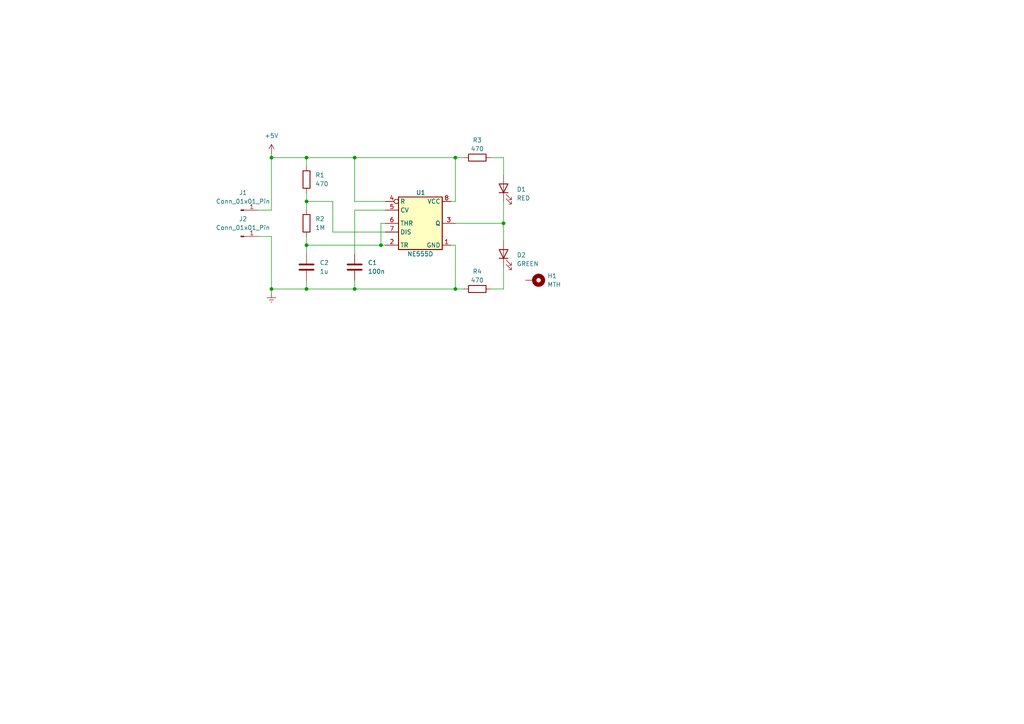
<source format=kicad_sch>
(kicad_sch (version 20230121) (generator eeschema)
  (paper "A4")
  (lib_symbols
    (symbol "Connector:Conn_01x01_Pin" (pin_names (offset 1.016) hide)
      (property "Reference" "J" (at 0 2.54 0))
      (property "Value" "Conn_01x01_Pin" (at 0 -2.54 0))
      (symbol "Conn_01x01_Pin_1_1"
        (polyline (pts (xy 1.27 0) (xy 0.8636 0)) (stroke (width 0.1524)))
        (rectangle (start 0.8636 0.127) (end 0 -0.127) (stroke (width 0.1524)) (fill (type outline)))
        (pin passive line (at 5.08 0 180) (length 3.81) (name "Pin_1") (number "1"))
      )
    )
    (symbol "Device:C" (pin_numbers hide) (pin_names (offset 0.254))
      (property "Reference" "C" (at 0.635 2.54 0))
      (property "Value" "C" (at 0.635 -2.54 0))
      (symbol "C_0_1"
        (polyline (pts (xy -2.032 -0.762) (xy 2.032 -0.762)) (stroke (width 0.508)))
        (polyline (pts (xy -2.032 0.762) (xy 2.032 0.762)) (stroke (width 0.508)))
      )
      (symbol "C_1_1"
        (pin passive line (at 0 3.81 270) (length 2.794) (name "~") (number "1"))
        (pin passive line (at 0 -3.81 90) (length 2.794) (name "~") (number "2"))
      )
    )
    (symbol "Device:LED" (pin_numbers hide) (pin_names (offset 1.016) hide)
      (property "Reference" "D" (at 0 2.54 0))
      (property "Value" "LED" (at 0 -2.54 0))
      (symbol "LED_0_1"
        (polyline (pts (xy -1.27 -1.27) (xy -1.27 1.27)) (stroke (width 0.254)))
        (polyline (pts (xy -1.27 0) (xy 1.27 0)))
        (polyline (pts (xy 1.27 -1.27) (xy 1.27 1.27) (xy -1.27 0) (xy 1.27 -1.27)) (stroke (width 0.254)))
        (polyline (pts (xy -3.048 -0.762) (xy -4.572 -2.286) (xy -3.81 -2.286) (xy -4.572 -2.286) (xy -4.572 -1.524)))
        (polyline (pts (xy -1.778 -0.762) (xy -3.302 -2.286) (xy -2.54 -2.286) (xy -3.302 -2.286) (xy -3.302 -1.524)))
      )
      (symbol "LED_1_1"
        (pin passive line (at -3.81 0 0) (length 2.54) (name "K") (number "1"))
        (pin passive line (at 3.81 0 180) (length 2.54) (name "A") (number "2"))
      )
    )
    (symbol "Device:R" (pin_numbers hide) (pin_names (offset 0))
      (property "Reference" "R" (at 2.032 0 90))
      (property "Value" "R" (at 0 0 90))
      (symbol "R_0_1"
        (rectangle (start -1.016 -2.54) (end 1.016 2.54) (stroke (width 0.254)))
      )
      (symbol "R_1_1"
        (pin passive line (at 0 3.81 270) (length 1.27) (name "~") (number "1"))
        (pin passive line (at 0 -3.81 90) (length 1.27) (name "~") (number "2"))
      )
    )
    (symbol "Mechanical:MountingHole_Pad" (pin_numbers hide) (pin_names (offset 1.016) hide)
      (property "Reference" "H" (at 0 6.35 0))
      (property "Value" "MountingHole_Pad" (at 0 4.445 0))
      (symbol "MountingHole_Pad_0_1"
        (circle (center 0 1.27) (radius 1.27) (stroke (width 1.27)))
      )
      (symbol "MountingHole_Pad_1_1"
        (pin input line (at 0 -2.54 90) (length 2.54) (name "1") (number "1"))
      )
    )
    (symbol "Timer:NE555D"
      (property "Reference" "U1" (at -1.27 8.89 0))
      (property "Value" "NE555D" (at -3.81 -8.89 0))
      (symbol "NE555D_0_0"
        (pin power_in line (at 8.89 -6.35 180) (length 2.54) (name "GND") (number "1"))
        (pin power_in line (at 8.89 6.35 180) (length 2.54) (name "VCC") (number "8"))
      )
      (symbol "NE555D_0_1"
        (rectangle (start -6.35 7.62) (end 6.35 -7.62) (stroke (width 0.254)) (fill (type background)))
        (rectangle (start -6.35 7.62) (end 6.35 -7.62) (stroke (width 0.254)) (fill (type background)))
      )
      (symbol "NE555D_1_1"
        (pin input line (at -10.16 -6.35 0) (length 3.81) (name "TR") (number "2"))
        (pin output line (at 10.16 0 180) (length 3.81) (name "Q") (number "3"))
        (pin input inverted (at -10.16 6.35 0) (length 3.81) (name "R") (number "4"))
        (pin input line (at -10.16 3.81 0) (length 3.81) (name "CV") (number "5"))
        (pin input line (at -10.16 0 0) (length 3.81) (name "THR") (number "6"))
        (pin input line (at -10.16 -2.54 0) (length 3.81) (name "DIS") (number "7"))
      )
    )
    (symbol "power:+5V" (power) (pin_names (offset 0))
      (property "Value" "+5V" (at 0 3.556 0))
      (symbol "+5V_0_1"
        (polyline (pts (xy -0.762 1.27) (xy 0 2.54)))
        (polyline (pts (xy 0 0) (xy 0 2.54)))
        (polyline (pts (xy 0 2.54) (xy 0.762 1.27)))
      )
      (symbol "+5V_1_1"
        (pin power_in line (at 0 0 90) (length 0) hide (name "+5V") (number "1"))
      )
    )
    (symbol "power:Earth" (power) (pin_names (offset 0))
      (symbol "Earth_0_1"
        (polyline (pts (xy -0.635 -1.905) (xy 0.635 -1.905)))
        (polyline (pts (xy -0.127 -2.54) (xy 0.127 -2.54)))
        (polyline (pts (xy 0 -1.27) (xy 0 0)))
        (polyline (pts (xy 1.27 -1.27) (xy -1.27 -1.27)))
      )
      (symbol "Earth_1_1"
        (pin power_in line (at 0 0 270) (length 0) hide (name "Earth") (number "1"))
      )
    )
  )
  (junction (at 146.05 64.77))
  (junction (at 110.49 71.12))
  (junction (at 102.87 83.82))
  (junction (at 88.9 45.72))
  (junction (at 102.87 45.72))
  (junction (at 78.74 45.72))
  (junction (at 132.08 83.82))
  (junction (at 88.9 83.82))
  (junction (at 78.74 83.82))
  (junction (at 132.08 45.72))
  (junction (at 88.9 71.12))
  (junction (at 88.9 58.42))
  (wire (pts (xy 88.9 58.42) (xy 88.9 60.96)))
  (wire (pts (xy 88.9 83.82) (xy 102.87 83.82)))
  (wire (pts (xy 88.9 55.88) (xy 88.9 58.42)))
  (wire (pts (xy 110.49 64.77) (xy 110.49 71.12)))
  (wire (pts (xy 132.08 58.42) (xy 132.08 45.72)))
  (wire (pts (xy 78.74 68.58) (xy 78.74 83.82)))
  (wire (pts (xy 132.08 83.82) (xy 134.62 83.82)))
  (wire (pts (xy 78.74 60.96) (xy 78.74 45.72)))
  (wire (pts (xy 132.08 45.72) (xy 134.62 45.72)))
  (wire (pts (xy 78.74 44.45) (xy 78.74 45.72)))
  (wire (pts (xy 78.74 45.72) (xy 88.9 45.72)))
  (wire (pts (xy 132.08 71.12) (xy 132.08 83.82)))
  (wire (pts (xy 88.9 45.72) (xy 88.9 48.26)))
  (wire (pts (xy 96.52 67.31) (xy 96.52 58.42)))
  (wire (pts (xy 78.74 83.82) (xy 78.74 85.09)))
  (wire (pts (xy 88.9 81.28) (xy 88.9 83.82)))
  (wire (pts (xy 146.05 77.47) (xy 146.05 83.82)))
  (wire (pts (xy 146.05 64.77) (xy 146.05 69.85)))
  (wire (pts (xy 102.87 83.82) (xy 132.08 83.82)))
  (wire (pts (xy 132.08 64.77) (xy 146.05 64.77)))
  (wire (pts (xy 130.81 71.12) (xy 132.08 71.12)))
  (wire (pts (xy 74.93 60.96) (xy 78.74 60.96)))
  (wire (pts (xy 110.49 71.12) (xy 111.76 71.12)))
  (wire (pts (xy 78.74 83.82) (xy 88.9 83.82)))
  (wire (pts (xy 111.76 67.31) (xy 96.52 67.31)))
  (wire (pts (xy 111.76 64.77) (xy 110.49 64.77)))
  (wire (pts (xy 102.87 45.72) (xy 132.08 45.72)))
  (wire (pts (xy 102.87 81.28) (xy 102.87 83.82)))
  (wire (pts (xy 146.05 83.82) (xy 142.24 83.82)))
  (wire (pts (xy 142.24 45.72) (xy 146.05 45.72)))
  (wire (pts (xy 146.05 45.72) (xy 146.05 50.8)))
  (wire (pts (xy 130.81 58.42) (xy 132.08 58.42)))
  (wire (pts (xy 88.9 45.72) (xy 102.87 45.72)))
  (wire (pts (xy 88.9 71.12) (xy 88.9 73.66)))
  (wire (pts (xy 146.05 58.42) (xy 146.05 64.77)))
  (wire (pts (xy 102.87 60.96) (xy 111.76 60.96)))
  (wire (pts (xy 74.93 68.58) (xy 78.74 68.58)))
  (wire (pts (xy 88.9 71.12) (xy 110.49 71.12)))
  (wire (pts (xy 88.9 68.58) (xy 88.9 71.12)))
  (wire (pts (xy 96.52 58.42) (xy 88.9 58.42)))
  (wire (pts (xy 102.87 58.42) (xy 102.87 45.72)))
  (wire (pts (xy 111.76 58.42) (xy 102.87 58.42)))
  (wire (pts (xy 102.87 73.66) (xy 102.87 60.96)))
  (symbol (lib_id "power:Earth") (at 78.74 85.09 0) (unit 1)
    (property "Reference" "#PWR02" (effects hide))
    (property "Value" "Earth" (effects hide))
  )
  (symbol (lib_id "Device:R") (at 138.43 45.72 90) (unit 1)
    (property "Reference" "R3" (at 138.43 40.64 90))
    (property "Value" "470" (at 138.43 43.18 90))
    (property "Footprint" "Resistor_SMD:R_0805_2012Metric_Pad1.20x1.40mm_HandSolder" (effects hide))
  )
  (symbol (lib_id "Device:C") (at 102.87 77.47 0) (unit 1)
    (property "Reference" "C1" (at 106.68 76.2 0) (effects (justify left)))
    (property "Value" "100n" (at 106.68 78.74 0) (effects (justify left)))
    (property "Footprint" "Capacitor_SMD:C_0603_1608Metric_Pad1.08x0.95mm_HandSolder" (effects hide))
  )
  (symbol (lib_id "Device:R") (at 88.9 52.07 0) (unit 1)
    (property "Reference" "R1" (at 91.44 50.8 0) (effects (justify left)))
    (property "Value" "470" (at 91.44 53.34 0) (effects (justify left)))
    (property "Footprint" "Resistor_SMD:R_0805_2012Metric_Pad1.20x1.40mm_HandSolder" (effects hide))
  )
  (symbol (lib_id "Timer:NE555D") (at 121.92 64.77 0) (unit 1)
    (property "Reference" "U1" (at 120.65 55.88 0) (effects (justify left)))
    (property "Value" "NE555D" (at 118.11 73.66 0) (effects (justify left)))
    (property "Footprint" "Package_SO:SOIC-8_3.9x4.9mm_P1.27mm" (effects hide))
    (property "Datasheet" "http://www.ti.com/lit/ds/symlink/ne555.pdf" (effects hide))
  )
  (symbol (lib_id "Device:R") (at 88.9 64.77 0) (unit 1)
    (property "Reference" "R2" (at 91.44 63.5 0) (effects (justify left)))
    (property "Value" "1M" (at 91.44 66.04 0) (effects (justify left)))
    (property "Footprint" "Resistor_SMD:R_0805_2012Metric_Pad1.20x1.40mm_HandSolder" (effects hide))
  )
  (symbol (lib_id "Device:LED") (at 146.05 73.66 90) (unit 1)
    (property "Reference" "D2" (at 149.86 73.9775 90) (effects (justify right)))
    (property "Value" "GREEN" (at 149.86 76.5175 90) (effects (justify right)))
    (property "Footprint" "LED_SMD:LED_1206_3216Metric_Pad1.42x1.75mm_HandSolder" (effects hide))
  )
  (symbol (lib_id "power:+5V") (at 78.74 44.45 0) (unit 1)
    (property "Reference" "#PWR01" (effects hide))
    (property "Value" "+5V" (at 78.74 39.37 0))
  )
  (symbol (lib_id "Device:R") (at 138.43 83.82 90) (unit 1)
    (property "Reference" "R4" (at 138.43 78.74 90))
    (property "Value" "470" (at 138.43 81.28 90))
    (property "Footprint" "Resistor_SMD:R_0805_2012Metric_Pad1.20x1.40mm_HandSolder" (effects hide))
  )
  (symbol (lib_id "Mechanical:MountingHole_Pad") (at 154.94 81.28 270) (unit 1)
    (property "Reference" "H1" (at 158.75 80.01 90) (effects (justify left)))
    (property "Value" "MTH" (at 158.75 82.55 90) (effects (justify left)))
    (property "Footprint" "MountingHole:MountingHole_4mm_Pad_Via" (effects hide))
  )
  (symbol (lib_id "Connector:Conn_01x01_Pin") (at 69.85 60.96 0) (unit 1)
    (property "Reference" "J1" (at 70.485 55.88 0))
    (property "Value" "Conn_01x01_Pin" (at 70.485 58.42 0))
    (property "Footprint" "Connector_PinSocket_2.00mm:PinSocket_1x01_P2.00mm_Horizontal" (effects hide))
  )
  (symbol (lib_id "Connector:Conn_01x01_Pin") (at 69.85 68.58 0) (unit 1)
    (property "Reference" "J2" (at 70.485 63.5 0))
    (property "Value" "Conn_01x01_Pin" (at 70.485 66.04 0))
    (property "Footprint" "Connector_PinSocket_2.00mm:PinSocket_1x01_P2.00mm_Horizontal" (effects hide))
  )
  (symbol (lib_id "Device:C") (at 88.9 77.47 0) (unit 1)
    (property "Reference" "C2" (at 92.71 76.2 0) (effects (justify left)))
    (property "Value" "1u" (at 92.71 78.74 0) (effects (justify left)))
    (property "Footprint" "Capacitor_SMD:C_0603_1608Metric_Pad1.08x0.95mm_HandSolder" (effects hide))
  )
  (symbol (lib_id "Device:LED") (at 146.05 54.61 90) (unit 1)
    (property "Reference" "D1" (at 149.86 54.9275 90) (effects (justify right)))
    (property "Value" "RED" (at 149.86 57.4675 90) (effects (justify right)))
    (property "Footprint" "LED_SMD:LED_1206_3216Metric_Pad1.42x1.75mm_HandSolder" (effects hide))
  )
)
</source>
